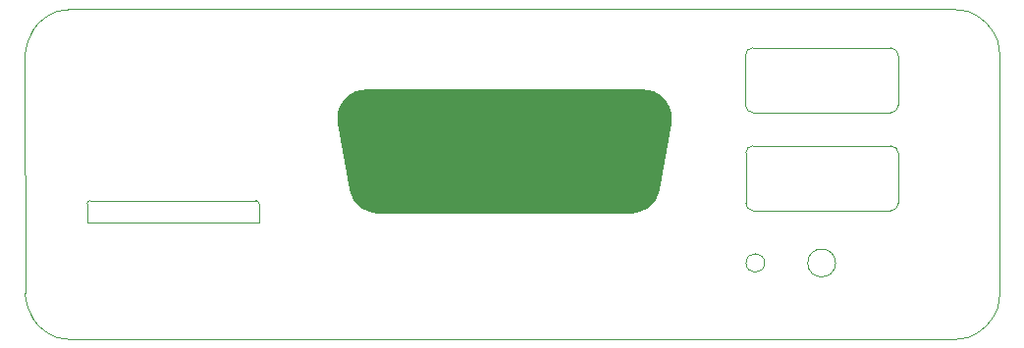
<source format=gbr>
%TF.GenerationSoftware,KiCad,Pcbnew,9.0.0*%
%TF.CreationDate,2025-05-16T22:32:30-04:00*%
%TF.ProjectId,Front Plate,46726f6e-7420-4506-9c61-74652e6b6963,rev?*%
%TF.SameCoordinates,Original*%
%TF.FileFunction,Profile,NP*%
%FSLAX46Y46*%
G04 Gerber Fmt 4.6, Leading zero omitted, Abs format (unit mm)*
G04 Created by KiCad (PCBNEW 9.0.0) date 2025-05-16 22:32:30*
%MOMM*%
%LPD*%
G01*
G04 APERTURE LIST*
%TA.AperFunction,Profile*%
%ADD10C,0.050000*%
%TD*%
%TA.AperFunction,Profile*%
%ADD11C,0.000000*%
%TD*%
%TA.AperFunction,Profile*%
%ADD12C,0.100000*%
%TD*%
G04 APERTURE END LIST*
D10*
X164009340Y-95880380D02*
G75*
G02*
X161609340Y-95880380I-1200000J0D01*
G01*
X161609340Y-95880380D02*
G75*
G02*
X164009340Y-95880380I1200000J0D01*
G01*
X157889986Y-95880380D02*
G75*
G02*
X156289986Y-95880380I-800000J0D01*
G01*
X156289986Y-95880380D02*
G75*
G02*
X157889986Y-95880380I800000J0D01*
G01*
D11*
%TA.AperFunction,Profile*%
%TO.C,REF\u002A\u002A*%
G36*
X147857980Y-80920560D02*
G01*
X147858990Y-80921070D01*
X147860010Y-80920810D01*
X148333210Y-81064320D01*
X148333970Y-81065090D01*
X148335240Y-81065090D01*
X148771360Y-81298260D01*
X148771870Y-81299020D01*
X148773140Y-81299530D01*
X149155150Y-81613220D01*
X149155660Y-81613980D01*
X149156680Y-81614490D01*
X149470370Y-81996760D01*
X149470620Y-81997770D01*
X149471640Y-81998540D01*
X149704560Y-82434650D01*
X149704810Y-82435670D01*
X149705570Y-82436690D01*
X149848830Y-82909630D01*
X149848830Y-82910900D01*
X149849340Y-82911670D01*
X149897850Y-83403920D01*
X149897600Y-83404930D01*
X149897850Y-83405950D01*
X149855430Y-83835720D01*
X149855430Y-83835970D01*
X149855430Y-83836230D01*
X149853400Y-83839530D01*
X149851620Y-83843080D01*
X149851370Y-83843080D01*
X149851370Y-83843340D01*
X149846800Y-83846890D01*
X148854670Y-89503470D01*
X148849340Y-89558080D01*
X148848830Y-89559100D01*
X148849080Y-89560120D01*
X148705570Y-90033320D01*
X148704810Y-90034080D01*
X148704560Y-90035100D01*
X148471640Y-90471210D01*
X148470620Y-90471980D01*
X148470370Y-90472990D01*
X148156680Y-90855260D01*
X148155660Y-90855770D01*
X148155160Y-90856790D01*
X147773140Y-91170220D01*
X147771870Y-91170730D01*
X147771360Y-91171490D01*
X147335240Y-91404660D01*
X147333970Y-91404660D01*
X147333210Y-91405430D01*
X146860010Y-91548940D01*
X146858990Y-91548940D01*
X146857980Y-91549440D01*
X146378170Y-91596690D01*
X146377920Y-91596430D01*
X146377660Y-91596690D01*
X146373850Y-91595420D01*
X146370040Y-91594150D01*
X146370040Y-91593890D01*
X146369790Y-91593890D01*
X146360650Y-91585770D01*
X124574810Y-91597960D01*
X124574300Y-91597700D01*
X124573800Y-91597700D01*
X124081800Y-91549440D01*
X124080780Y-91548940D01*
X124079770Y-91548940D01*
X123606560Y-91405430D01*
X123605800Y-91404660D01*
X123604530Y-91404660D01*
X123168670Y-91171490D01*
X123167910Y-91170730D01*
X123166890Y-91170220D01*
X122784620Y-90856790D01*
X122784110Y-90855770D01*
X122783100Y-90855260D01*
X122469410Y-90472990D01*
X122469150Y-90471980D01*
X122468390Y-90471210D01*
X122235220Y-90035100D01*
X122235220Y-90034080D01*
X122234460Y-90033320D01*
X122112030Y-89629460D01*
X122112030Y-89628700D01*
X122111520Y-89627930D01*
X122092470Y-89502710D01*
X121085110Y-83843850D01*
X121085360Y-83843590D01*
X121085110Y-83843080D01*
X121041930Y-83405950D01*
X121042430Y-83404930D01*
X121041930Y-83403920D01*
X121090440Y-82911670D01*
X121090950Y-82910900D01*
X121090950Y-82909630D01*
X121234460Y-82436690D01*
X121235220Y-82435670D01*
X121235220Y-82434650D01*
X121468390Y-81998540D01*
X121469150Y-81997770D01*
X121469410Y-81996760D01*
X121783100Y-81614490D01*
X121784110Y-81613980D01*
X121784620Y-81613220D01*
X122166890Y-81299530D01*
X122167910Y-81299020D01*
X122168670Y-81298260D01*
X122604530Y-81065090D01*
X122605800Y-81065090D01*
X122606570Y-81064320D01*
X123079770Y-80920810D01*
X123080780Y-80921070D01*
X123081800Y-80920560D01*
X123561860Y-80873320D01*
X123562110Y-80873320D01*
X123562370Y-80873060D01*
X123565920Y-80874590D01*
X123569730Y-80875600D01*
X123569730Y-80875860D01*
X123569990Y-80875860D01*
X123579130Y-80883980D01*
X147364960Y-80872050D01*
X147365470Y-80872050D01*
X147365980Y-80872050D01*
X147857980Y-80920560D01*
G37*
%TD.AperFunction*%
D12*
X94106980Y-77947360D02*
X94156250Y-77319730D01*
X94107740Y-98459640D02*
X94119170Y-98447450D01*
X94119170Y-98447450D02*
X94106980Y-77947360D01*
X94156250Y-77319730D02*
X94303320Y-76707590D01*
X94156250Y-99075080D02*
X94107740Y-98459640D01*
X94303320Y-76707590D02*
X94544110Y-76125930D01*
X94303320Y-99687220D02*
X94156250Y-99075080D01*
X94544110Y-76125930D02*
X94873040Y-75588970D01*
X94544110Y-100268880D02*
X94303320Y-99687220D01*
X94873040Y-75588970D02*
X95281980Y-75110180D01*
X94873040Y-100805840D02*
X94544110Y-100268880D01*
X95281980Y-75110180D02*
X95760770Y-74701240D01*
X95281980Y-101284630D02*
X94873040Y-100805840D01*
X95760770Y-74701240D02*
X96297730Y-74372310D01*
X95760770Y-101693570D02*
X95281980Y-101284630D01*
X96297730Y-74372310D02*
X96879390Y-74131270D01*
X96297730Y-102022500D02*
X95760770Y-101693570D01*
X96879390Y-74131270D02*
X97491530Y-73984450D01*
X96879390Y-102263290D02*
X96297730Y-102022500D01*
X97491530Y-73984450D02*
X98106970Y-73935940D01*
X97491530Y-102410360D02*
X96879390Y-102263290D01*
X98106970Y-73935940D02*
X98119160Y-73947370D01*
X98119160Y-73947370D02*
X102869220Y-73947370D01*
X98119160Y-102459630D02*
X97491530Y-102410360D01*
X102869220Y-73947370D02*
X169369210Y-73947370D01*
X102869220Y-102447440D02*
X98119160Y-102459630D01*
X169369210Y-73947370D02*
X174119260Y-73934920D01*
X169369210Y-102447440D02*
X102869220Y-102447440D01*
X174119260Y-73934920D02*
X174746900Y-73984450D01*
X174119260Y-102447440D02*
X169369210Y-102447440D01*
X174131460Y-102458870D02*
X174119260Y-102447440D01*
X174746900Y-73984450D02*
X175359040Y-74131270D01*
X174746900Y-102410360D02*
X174131460Y-102458870D01*
X175359040Y-74131270D02*
X175940700Y-74372310D01*
X175359040Y-102263290D02*
X174746900Y-102410360D01*
X175940700Y-74372310D02*
X176477650Y-74701240D01*
X175940700Y-102022500D02*
X175359040Y-102263290D01*
X176477650Y-74701240D02*
X176956440Y-75110180D01*
X176477650Y-101693570D02*
X175940700Y-102022500D01*
X176956440Y-75110180D02*
X177365380Y-75588970D01*
X176956440Y-101284630D02*
X176477650Y-101693570D01*
X177365380Y-75588970D02*
X177694310Y-76125670D01*
X177365380Y-100805840D02*
X176956440Y-101284630D01*
X177694310Y-76125670D02*
X177935110Y-76707590D01*
X177694310Y-100268880D02*
X177365380Y-100805840D01*
X177935110Y-76707590D02*
X178082170Y-77319730D01*
X177935110Y-99687220D02*
X177694310Y-100268880D01*
X178082170Y-77319730D02*
X178130690Y-77934920D01*
X178082170Y-99075080D02*
X177935110Y-99687220D01*
X178119260Y-77947360D02*
X178131700Y-98447450D01*
X178130690Y-77934920D02*
X178119260Y-77947360D01*
X178131700Y-98447450D02*
X178082170Y-99075080D01*
D10*
X156257500Y-77914387D02*
X156257500Y-82255626D01*
X156267505Y-86374387D02*
X156267505Y-90715626D01*
X168768114Y-77305001D02*
X156866875Y-77305001D01*
X168768125Y-82905001D02*
X156906886Y-82905001D01*
X168778119Y-85765001D02*
X156876880Y-85765001D01*
X168778130Y-91365001D02*
X156916891Y-91365001D01*
X169417500Y-82255615D02*
X169417500Y-77954376D01*
X169427505Y-90715615D02*
X169427505Y-86414376D01*
X156257500Y-77914387D02*
G75*
G02*
X156866875Y-77305001I609381J5D01*
G01*
X156267505Y-86374387D02*
G75*
G02*
X156876880Y-85765001I609381J5D01*
G01*
X156906886Y-82905001D02*
G75*
G02*
X156257500Y-82255626I-6J649380D01*
G01*
X156916891Y-91365001D02*
G75*
G02*
X156267505Y-90715626I-6J649380D01*
G01*
X168768114Y-77305001D02*
G75*
G02*
X169417500Y-77954376I-14J-649400D01*
G01*
X168778119Y-85765001D02*
G75*
G02*
X169427500Y-86414376I-19J-649400D01*
G01*
X169417500Y-82255615D02*
G75*
G02*
X168768125Y-82905001I-649380J-6D01*
G01*
X169427505Y-90715615D02*
G75*
G02*
X168778130Y-91365006I-649405J14D01*
G01*
D12*
X99450757Y-90756314D02*
X99450757Y-92366314D01*
X99450757Y-92366314D02*
X114280757Y-92366314D01*
X114009838Y-90487233D02*
X99720757Y-90486314D01*
X114280757Y-92366314D02*
X114279838Y-90757233D01*
X99450757Y-90756314D02*
G75*
G02*
X99720757Y-90486314I270000J0D01*
G01*
X114009838Y-90487233D02*
G75*
G02*
X114279838Y-90757233I1J-269999D01*
G01*
%TD*%
M02*

</source>
